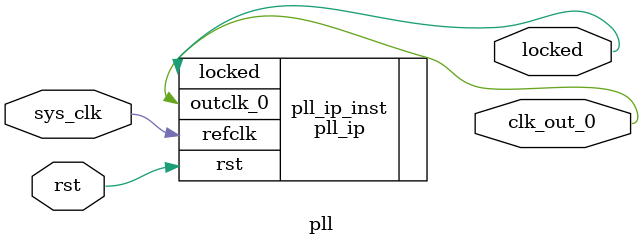
<source format=v>
module  pll
(
	input    wire  sys_clk,
	input    wire  rst,
	output   wire  clk_out_0,
	output   wire  locked
);
pll_ip pll_ip_inst (
		.refclk   (sys_clk),   //  refclk.clk
		.rst      (rst),      //   reset.reset
		.outclk_0 (clk_out_0), // outclk0.clk
		.locked   (locked)    //  locked.export
	);

endmodule
</source>
